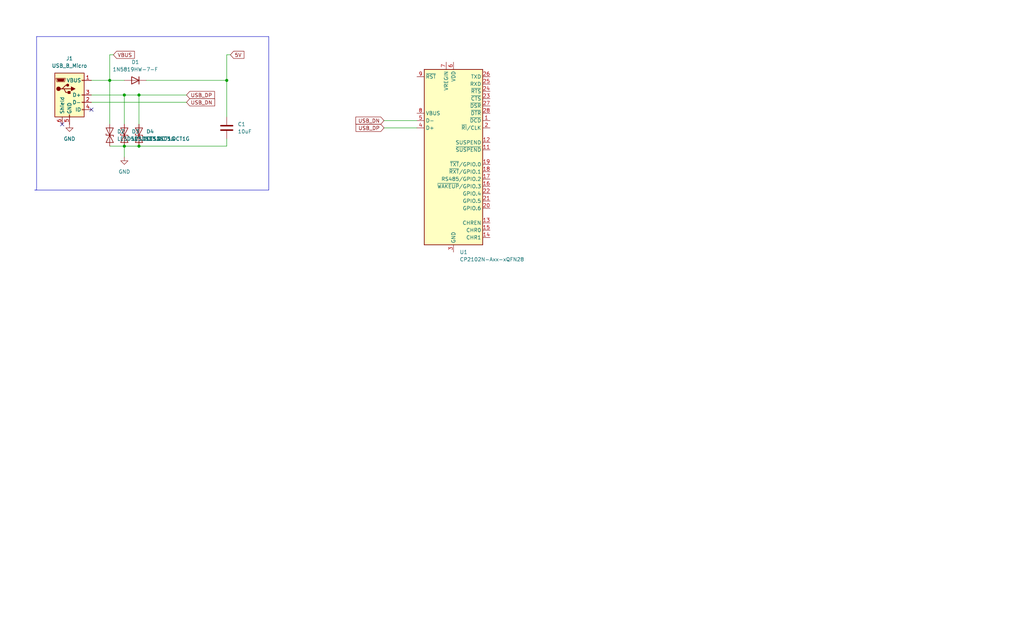
<source format=kicad_sch>
(kicad_sch (version 20250114) (generator "eeschema") (generator_version "9.0")
  (paper "USLegal")
  (lib_symbols
    (symbol "Connector:USB_B_Micro" (pin_names (offset 1.016))
      (property "Reference" "J" (at -5.08 11.43 0))
      (property "Value" "USB_B_Micro" (at -5.08 8.89 0))
      (symbol "USB_B_Micro_0_1"
        (rectangle (start -5.08 -7.62) (end 5.08 7.62) (stroke (width 0.254)) (fill (type background)))
        (polyline (pts (xy -4.699 5.842) (xy -4.699 5.588) (xy -4.445 4.826) (xy -4.445 4.572) (xy -1.651 4.572) (xy -1.651 4.826) (xy -1.397 5.588) (xy -1.397 5.842) (xy -4.699 5.842)))
        (polyline (pts (xy -4.318 5.588) (xy -1.778 5.588) (xy -2.032 4.826) (xy -4.064 4.826) (xy -4.318 5.588)) (fill (type outline)))
        (circle (center -3.81 2.159) (radius 0.635) (stroke (width 0.254)) (fill (type outline)))
        (polyline (pts (xy -3.175 2.159) (xy -2.54 2.159) (xy -1.27 3.429) (xy -0.635 3.429)) (stroke (width 0.254)))
        (polyline (pts (xy -2.54 2.159) (xy -1.905 2.159) (xy -1.27 0.889) (xy 0 0.889)) (stroke (width 0.254)))
        (polyline (pts (xy -1.905 2.159) (xy 0.635 2.159)) (stroke (width 0.254)))
        (circle (center -0.635 3.429) (radius 0.381) (stroke (width 0.254)) (fill (type outline)))
        (rectangle (start -0.127 -7.62) (end 0.127 -6.858))
        (rectangle (start 0.254 1.27) (end -0.508 0.508) (stroke (width 0.254)) (fill (type outline)))
        (polyline (pts (xy 0.635 2.794) (xy 0.635 1.524) (xy 1.905 2.159) (xy 0.635 2.794)) (stroke (width 0.254)) (fill (type outline)))
        (rectangle (start 5.08 4.953) (end 4.318 5.207))
        (rectangle (start 5.08 -0.127) (end 4.318 0.127))
        (rectangle (start 5.08 -2.667) (end 4.318 -2.413))
        (rectangle (start 5.08 -5.207) (end 4.318 -4.953))
      )
      (symbol "USB_B_Micro_1_1"
        (pin passive line (at -2.54 -10.16 90) (length 2.54) (name "Shield") (number "6"))
        (pin power_out line (at 0 -10.16 90) (length 2.54) (name "GND") (number "5"))
        (pin power_out line (at 7.62 5.08 180) (length 2.54) (name "VBUS") (number "1"))
        (pin bidirectional line (at 7.62 0 180) (length 2.54) (name "D+") (number "3"))
        (pin bidirectional line (at 7.62 -2.54 180) (length 2.54) (name "D-") (number "2"))
        (pin passive line (at 7.62 -5.08 180) (length 2.54) (name "ID") (number "4"))
      )
    )
    (symbol "Device:C" (pin_numbers (hide yes)) (pin_names (offset 0.254))
      (property "Reference" "C" (at 0.635 2.54 0))
      (property "Value" "C" (at 0.635 -2.54 0))
      (symbol "C_0_1"
        (polyline (pts (xy -2.032 0.762) (xy 2.032 0.762)) (stroke (width 0.508)))
        (polyline (pts (xy -2.032 -0.762) (xy 2.032 -0.762)) (stroke (width 0.508)))
      )
      (symbol "C_1_1"
        (pin passive line (at 0 3.81 270) (length 2.794) (name "~") (number "1"))
        (pin passive line (at 0 -3.81 90) (length 2.794) (name "~") (number "2"))
      )
    )
    (symbol "Device:D" (pin_numbers (hide yes)) (pin_names (offset 1.016) (hide yes))
      (property "Reference" "D" (at 0 2.54 0))
      (property "Value" "D" (at 0 -2.54 0))
      (symbol "D_0_1"
        (polyline (pts (xy -1.27 1.27) (xy -1.27 -1.27)) (stroke (width 0.254)))
        (polyline (pts (xy 1.27 1.27) (xy 1.27 -1.27) (xy -1.27 0) (xy 1.27 1.27)) (stroke (width 0.254)))
        (polyline (pts (xy 1.27 0) (xy -1.27 0)))
      )
      (symbol "D_1_1"
        (pin passive line (at -3.81 0 0) (length 2.54) (name "K") (number "1"))
        (pin passive line (at 3.81 0 180) (length 2.54) (name "A") (number "2"))
      )
    )
    (symbol "Diode:SD36_SOD323" (pin_numbers (hide yes)) (pin_names (offset 1.016) (hide yes))
      (property "Reference" "D" (at 0 2.54 0))
      (property "Value" "SD36_SOD323" (at 0 -2.54 0))
      (symbol "SD36_SOD323_0_1"
        (polyline (pts (xy -2.54 -1.27) (xy 0 0) (xy -2.54 1.27) (xy -2.54 -1.27)) (stroke (width 0.2032)))
        (polyline (pts (xy 0.508 1.27) (xy 0 1.27) (xy 0 -1.27) (xy -0.508 -1.27)) (stroke (width 0.2032)))
        (polyline (pts (xy 1.27 0) (xy -1.27 0)))
        (polyline (pts (xy 2.54 1.27) (xy 2.54 -1.27) (xy 0 0) (xy 2.54 1.27)) (stroke (width 0.2032)))
      )
      (symbol "SD36_SOD323_1_1"
        (pin passive line (at -3.81 0 0) (length 2.54) (name "A1") (number "1"))
        (pin passive line (at 3.81 0 180) (length 2.54) (name "A2") (number "2"))
      )
    )
    (symbol "Interface_USB:CP2102N-Axx-xQFN28"
      (property "Reference" "U" (at -8.89 31.75 0))
      (property "Value" "CP2102N-Axx-xQFN28" (at 12.7 31.75 0))
      (symbol "CP2102N-Axx-xQFN28_0_1"
        (rectangle (start -10.16 30.48) (end 10.16 -30.48) (stroke (width 0.254)) (fill (type background)))
      )
      (symbol "CP2102N-Axx-xQFN28_1_1"
        (pin input line (at -12.7 27.94 0) (length 2.54) (name "~{RST}") (number "9"))
        (pin input line (at -12.7 15.24 0) (length 2.54) (name "VBUS") (number "8"))
        (pin bidirectional line (at -12.7 12.7 0) (length 2.54) (name "D-") (number "5"))
        (pin bidirectional line (at -12.7 10.16 0) (length 2.54) (name "D+") (number "4"))
        (pin no_connect line (at -10.16 -27.94 0) (length 2.54) (hide yes) (name "NC") (number "10"))
        (pin power_in line (at -2.54 33.02 270) (length 2.54) (name "VREGIN") (number "7"))
        (pin power_in line (at 0 33.02 270) (length 2.54) (name "VDD") (number "6"))
        (pin passive line (at 0 -33.02 90) (length 2.54) (hide yes) (name "GND") (number "29"))
        (pin power_in line (at 0 -33.02 90) (length 2.54) (name "GND") (number "3"))
        (pin output line (at 12.7 27.94 180) (length 2.54) (name "TXD") (number "26"))
        (pin input line (at 12.7 25.4 180) (length 2.54) (name "RXD") (number "25"))
        (pin output line (at 12.7 22.86 180) (length 2.54) (name "~{RTS}") (number "24"))
        (pin input line (at 12.7 20.32 180) (length 2.54) (name "~{CTS}") (number "23"))
        (pin input line (at 12.7 17.78 180) (length 2.54) (name "~{DSR}") (number "27"))
        (pin output line (at 12.7 15.24 180) (length 2.54) (name "~{DTR}") (number "28"))
        (pin input line (at 12.7 12.7 180) (length 2.54) (name "~{DCD}") (number "1"))
        (pin bidirectional line (at 12.7 10.16 180) (length 2.54) (name "~{RI}/CLK") (number "2"))
        (pin output line (at 12.7 5.08 180) (length 2.54) (name "SUSPEND") (number "12"))
        (pin output line (at 12.7 2.54 180) (length 2.54) (name "~{SUSPEND}") (number "11"))
        (pin bidirectional line (at 12.7 -2.54 180) (length 2.54) (name "~{TXT}/GPIO.0") (number "19"))
        (pin bidirectional line (at 12.7 -5.08 180) (length 2.54) (name "~{RXT}/GPIO.1") (number "18"))
        (pin bidirectional line (at 12.7 -7.62 180) (length 2.54) (name "RS485/GPIO.2") (number "17"))
        (pin bidirectional line (at 12.7 -10.16 180) (length 2.54) (name "~{WAKEUP}/GPIO.3") (number "16"))
        (pin bidirectional line (at 12.7 -12.7 180) (length 2.54) (name "GPIO.4") (number "22"))
        (pin bidirectional line (at 12.7 -15.24 180) (length 2.54) (name "GPIO.5") (number "21"))
        (pin bidirectional line (at 12.7 -17.78 180) (length 2.54) (name "GPIO.6") (number "20"))
        (pin output line (at 12.7 -22.86 180) (length 2.54) (name "CHREN") (number "13"))
        (pin output line (at 12.7 -25.4 180) (length 2.54) (name "CHR0") (number "15"))
        (pin output line (at 12.7 -27.94 180) (length 2.54) (name "CHR1") (number "14"))
      )
    )
    (symbol "power:GND" (power) (pin_numbers (hide yes)) (pin_names (offset 0) (hide yes))
      (property "Value" "GND" (at 0 -3.81 0))
      (symbol "GND_0_1"
        (polyline (pts (xy 0 0) (xy 0 -1.27) (xy 1.27 -1.27) (xy 0 -2.54) (xy -1.27 -1.27) (xy 0 -1.27)))
      )
      (symbol "GND_1_1"
        (pin power_in line (at 0 0 270) (length 0) (name "~") (number "1"))
      )
    )
  )
  (junction (at 43.18 50.8))
  (junction (at 43.18 33.02))
  (junction (at 78.74 27.94))
  (junction (at 38.1 27.94))
  (junction (at 48.26 33.02))
  (junction (at 48.26 50.8))
  (no_connect (at 31.75 38.1))
  (no_connect (at 21.59 43.18))
  (wire (pts (xy 43.18 33.02) (xy 43.18 43.18)))
  (polyline (pts (xy 12.065 66.04) (xy 93.345 66.04)))
  (wire (pts (xy 43.18 50.8) (xy 43.18 54.61)))
  (wire (pts (xy 39.37 19.05) (xy 38.1 19.05)))
  (wire (pts (xy 48.26 33.02) (xy 48.26 43.18)))
  (wire (pts (xy 31.75 27.94) (xy 38.1 27.94)))
  (wire (pts (xy 133.35 44.45) (xy 144.78 44.45)))
  (wire (pts (xy 48.26 33.02) (xy 64.77 33.02)))
  (wire (pts (xy 78.74 19.05) (xy 78.74 27.94)))
  (wire (pts (xy 78.74 27.94) (xy 78.74 40.64)))
  (wire (pts (xy 31.75 35.56) (xy 64.77 35.56)))
  (wire (pts (xy 38.1 27.94) (xy 43.18 27.94)))
  (wire (pts (xy 133.35 41.91) (xy 144.78 41.91)))
  (wire (pts (xy 43.18 33.02) (xy 48.26 33.02)))
  (wire (pts (xy 43.18 50.8) (xy 48.26 50.8)))
  (wire (pts (xy 50.8 27.94) (xy 78.74 27.94)))
  (polyline (pts (xy 12.7 12.7) (xy 12.7 66.04)))
  (wire (pts (xy 38.1 50.8) (xy 43.18 50.8)))
  (wire (pts (xy 78.74 48.26) (xy 78.74 50.8)))
  (polyline (pts (xy 93.345 12.7) (xy 12.7 12.7)))
  (wire (pts (xy 38.1 19.05) (xy 38.1 27.94)))
  (polyline (pts (xy 12.065 66.04) (xy 12.7 66.04)))
  (wire (pts (xy 80.01 19.05) (xy 78.74 19.05)))
  (wire (pts (xy 31.75 33.02) (xy 43.18 33.02)))
  (polyline (pts (xy 93.345 66.04) (xy 93.345 12.7)))
  (wire (pts (xy 38.1 43.18) (xy 38.1 27.94)))
  (wire (pts (xy 48.26 50.8) (xy 78.74 50.8)))
  (global_label "USB_DN" (shape input) (at 64.77 35.56 0) (property "Intersheetrefs" "${INTERSHEET_REFS}" (effects (hide yes))))
  (global_label "USB_DN" (shape input) (at 133.35 41.91 180) (property "Intersheetrefs" "${INTERSHEET_REFS}" (effects (hide yes))))
  (global_label "5V" (shape input) (at 80.01 19.05 0) (property "Intersheetrefs" "${INTERSHEET_REFS}" (effects (hide yes))))
  (global_label "USB_DP" (shape input) (at 133.35 44.45 180) (property "Intersheetrefs" "${INTERSHEET_REFS}" (effects (hide yes))))
  (global_label "USB_DP" (shape input) (at 64.77 33.02 0) (property "Intersheetrefs" "${INTERSHEET_REFS}" (effects (hide yes))))
  (global_label "VBUS" (shape input) (at 39.37 19.05 0) (property "Intersheetrefs" "${INTERSHEET_REFS}" (effects (hide yes))))
  (symbol (lib_id "Diode:SD36_SOD323") (at 48.26 46.99 270) (unit 1)
    (property "Reference" "D4" (at 50.8 45.7199 90) (effects (justify left)))
    (property "Value" "LESD5D5.0CT1G" (at 50.8 48.2599 90) (effects (justify left)))
    (property "Footprint" "Diode_SMD:D_SOD-323" (effects (hide yes)))
    (property "Datasheet" "https://www.littelfuse.com/~/media/electronics/datasheets/tvs_diode_arrays/littelfuse_tvs_diode_array_sd_c_datasheet.pdf.pdf" (effects (hide yes)))
    (property "Description" "36V, 450W Discrete Bidirectional TVS Diode, SOD-323" (effects (hide yes)))
  )
  (symbol (lib_id "Connector:USB_B_Micro") (at 24.13 33.02 0) (unit 1)
    (property "Reference" "J1" (at 24.13 20.32 0))
    (property "Value" "USB_B_Micro" (at 24.13 22.86 0))
    (property "Description" "USB Micro Type B connector" (effects (hide yes)))
  )
  (symbol (lib_id "Device:C") (at 78.74 44.45 0) (unit 1)
    (property "Reference" "C1" (at 82.55 43.1799 0) (effects (justify left)))
    (property "Value" "10uF" (at 82.55 45.7199 0) (effects (justify left)))
    (property "Description" "Unpolarized capacitor" (effects (hide yes)))
  )
  (symbol (lib_id "power:GND") (at 24.13 43.18 0) (unit 1)
    (property "Reference" "#PWR01" (effects (hide yes)))
    (property "Value" "GND" (at 24.13 48.26 0))
    (property "Description" "Power symbol creates a global label with name \"GND\" , ground" (effects (hide yes)))
  )
  (symbol (lib_id "Interface_USB:CP2102N-Axx-xQFN28") (at 157.48 54.61 0) (unit 1)
    (property "Reference" "U1" (at 159.6233 87.63 0) (effects (justify left)))
    (property "Value" "CP2102N-Axx-xQFN28" (at 159.6233 90.17 0) (effects (justify left)))
    (property "Footprint" "Package_DFN_QFN:QFN-28-1EP_5x5mm_P0.5mm_EP3.35x3.35mm" (effects (hide yes)))
    (property "Datasheet" "https://www.silabs.com/documents/public/data-sheets/cp2102n-datasheet.pdf" (effects (hide yes)))
    (property "Description" "USB to UART master bridge, QFN-28" (effects (hide yes)))
  )
  (symbol (lib_id "Device:D") (at 46.99 27.94 180) (unit 1)
    (property "Reference" "D1" (at 46.99 21.59 0))
    (property "Value" "1N5819HW-7-F" (at 46.99 24.13 0))
    (property "Description" "Diode" (effects (hide yes)))
    (property "Sim.Device" "D" (effects (hide yes)))
    (property "Sim.Pins" "1=K 2=A" (effects (hide yes)))
  )
  (symbol (lib_id "Diode:SD36_SOD323") (at 38.1 46.99 270) (unit 1)
    (property "Reference" "D2" (at 40.64 45.7199 90) (effects (justify left)))
    (property "Value" "LESD5D5.0CT1G" (at 40.64 48.2599 90) (effects (justify left)))
    (property "Footprint" "Diode_SMD:D_SOD-323" (effects (hide yes)))
    (property "Datasheet" "https://www.littelfuse.com/~/media/electronics/datasheets/tvs_diode_arrays/littelfuse_tvs_diode_array_sd_c_datasheet.pdf.pdf" (effects (hide yes)))
    (property "Description" "36V, 450W Discrete Bidirectional TVS Diode, SOD-323" (effects (hide yes)))
  )
  (symbol (lib_id "Diode:SD36_SOD323") (at 43.18 46.99 270) (unit 1)
    (property "Reference" "D3" (at 45.72 45.7199 90) (effects (justify left)))
    (property "Value" "LESD5D5.0CT1G" (at 45.72 48.2599 90) (effects (justify left)))
    (property "Footprint" "Diode_SMD:D_SOD-323" (effects (hide yes)))
    (property "Datasheet" "https://www.littelfuse.com/~/media/electronics/datasheets/tvs_diode_arrays/littelfuse_tvs_diode_array_sd_c_datasheet.pdf.pdf" (effects (hide yes)))
    (property "Description" "36V, 450W Discrete Bidirectional TVS Diode, SOD-323" (effects (hide yes)))
  )
  (symbol (lib_id "power:GND") (at 43.18 54.61 0) (unit 1)
    (property "Reference" "#PWR02" (effects (hide yes)))
    (property "Value" "GND" (at 43.18 59.69 0))
    (property "Description" "Power symbol creates a global label with name \"GND\" , ground" (effects (hide yes)))
  )
)
</source>
